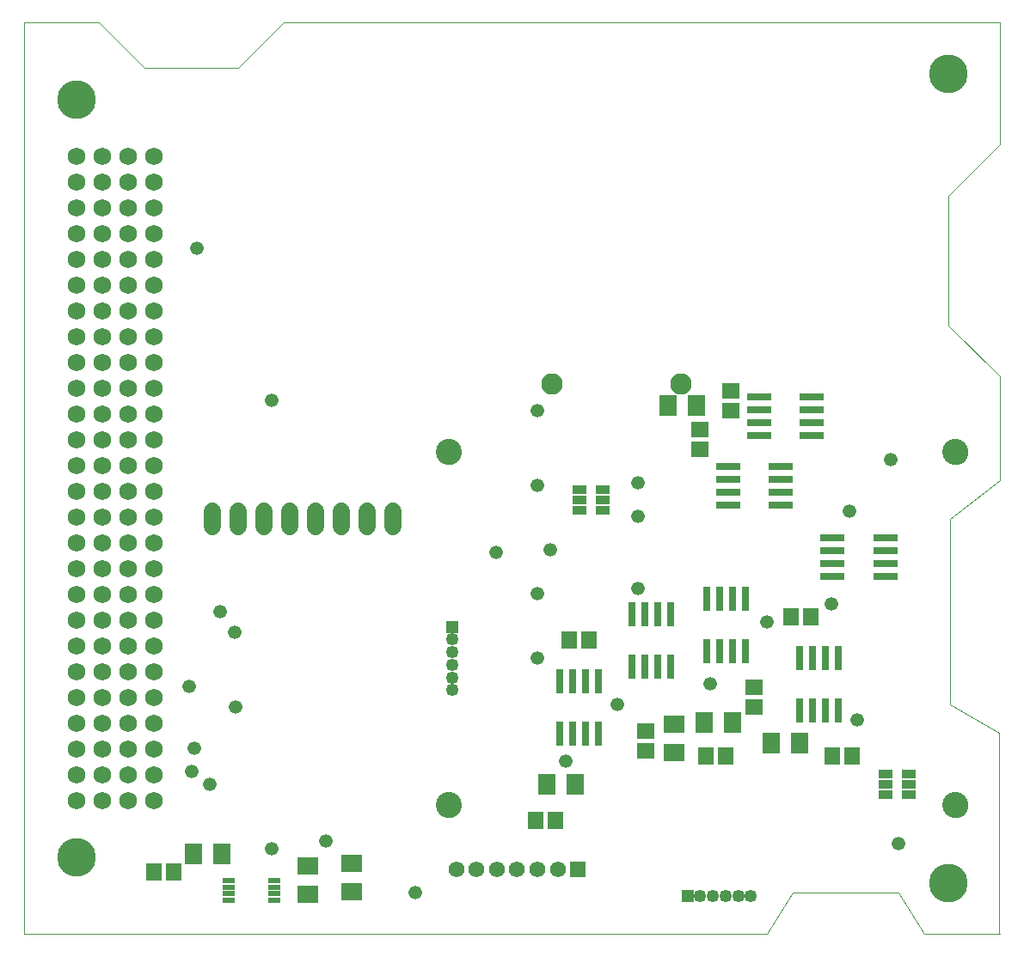
<source format=gbs>
G75*
%MOIN*%
%OFA0B0*%
%FSLAX24Y24*%
%IPPOS*%
%LPD*%
%AMOC8*
5,1,8,0,0,1.08239X$1,22.5*
%
%ADD10C,0.0000*%
%ADD11C,0.1010*%
%ADD12R,0.0620X0.0620*%
%ADD13C,0.0620*%
%ADD14C,0.0680*%
%ADD15R,0.0316X0.0946*%
%ADD16R,0.0592X0.0671*%
%ADD17R,0.0671X0.0592*%
%ADD18R,0.0710X0.0789*%
%ADD19R,0.0789X0.0710*%
%ADD20C,0.0680*%
%ADD21C,0.1497*%
%ADD22R,0.0946X0.0316*%
%ADD23R,0.0580X0.0330*%
%ADD24R,0.0790X0.0710*%
%ADD25R,0.0513X0.0237*%
%ADD26C,0.0828*%
%ADD27R,0.0493X0.0493*%
%ADD28C,0.0493*%
%ADD29C,0.0525*%
D10*
X000115Y000135D02*
X028915Y000135D01*
X029918Y001748D01*
X034009Y001748D01*
X035015Y000135D01*
X037915Y000135D01*
X037915Y007935D01*
X036015Y009035D01*
X036015Y016235D01*
X037925Y017755D01*
X037925Y021775D01*
X035935Y023765D01*
X035935Y028785D01*
X037925Y030775D01*
X037925Y035521D01*
X037926Y035521D02*
X010158Y035521D01*
X008391Y033757D01*
X004761Y033757D01*
X002997Y035521D01*
X000115Y035521D01*
X000115Y035521D01*
X000115Y000135D01*
X001416Y003125D02*
X001418Y003178D01*
X001424Y003231D01*
X001434Y003283D01*
X001447Y003334D01*
X001465Y003384D01*
X001486Y003433D01*
X001511Y003480D01*
X001539Y003524D01*
X001571Y003567D01*
X001605Y003607D01*
X001643Y003645D01*
X001683Y003679D01*
X001726Y003711D01*
X001771Y003739D01*
X001817Y003764D01*
X001866Y003785D01*
X001916Y003803D01*
X001967Y003816D01*
X002019Y003826D01*
X002072Y003832D01*
X002125Y003834D01*
X002178Y003832D01*
X002231Y003826D01*
X002283Y003816D01*
X002334Y003803D01*
X002384Y003785D01*
X002433Y003764D01*
X002480Y003739D01*
X002524Y003711D01*
X002567Y003679D01*
X002607Y003645D01*
X002645Y003607D01*
X002679Y003567D01*
X002711Y003524D01*
X002739Y003479D01*
X002764Y003433D01*
X002785Y003384D01*
X002803Y003334D01*
X002816Y003283D01*
X002826Y003231D01*
X002832Y003178D01*
X002834Y003125D01*
X002832Y003072D01*
X002826Y003019D01*
X002816Y002967D01*
X002803Y002916D01*
X002785Y002866D01*
X002764Y002817D01*
X002739Y002770D01*
X002711Y002726D01*
X002679Y002683D01*
X002645Y002643D01*
X002607Y002605D01*
X002567Y002571D01*
X002524Y002539D01*
X002479Y002511D01*
X002433Y002486D01*
X002384Y002465D01*
X002334Y002447D01*
X002283Y002434D01*
X002231Y002424D01*
X002178Y002418D01*
X002125Y002416D01*
X002072Y002418D01*
X002019Y002424D01*
X001967Y002434D01*
X001916Y002447D01*
X001866Y002465D01*
X001817Y002486D01*
X001770Y002511D01*
X001726Y002539D01*
X001683Y002571D01*
X001643Y002605D01*
X001605Y002643D01*
X001571Y002683D01*
X001539Y002726D01*
X001511Y002771D01*
X001486Y002817D01*
X001465Y002866D01*
X001447Y002916D01*
X001434Y002967D01*
X001424Y003019D01*
X001418Y003072D01*
X001416Y003125D01*
X016100Y005135D02*
X016102Y005178D01*
X016108Y005220D01*
X016118Y005262D01*
X016131Y005303D01*
X016149Y005342D01*
X016170Y005380D01*
X016194Y005415D01*
X016221Y005448D01*
X016252Y005479D01*
X016285Y005506D01*
X016320Y005530D01*
X016358Y005551D01*
X016397Y005569D01*
X016438Y005582D01*
X016480Y005592D01*
X016522Y005598D01*
X016565Y005600D01*
X016608Y005598D01*
X016650Y005592D01*
X016692Y005582D01*
X016733Y005569D01*
X016772Y005551D01*
X016810Y005530D01*
X016845Y005506D01*
X016878Y005479D01*
X016909Y005448D01*
X016936Y005415D01*
X016960Y005380D01*
X016981Y005342D01*
X016999Y005303D01*
X017012Y005262D01*
X017022Y005220D01*
X017028Y005178D01*
X017030Y005135D01*
X017028Y005092D01*
X017022Y005050D01*
X017012Y005008D01*
X016999Y004967D01*
X016981Y004928D01*
X016960Y004890D01*
X016936Y004855D01*
X016909Y004822D01*
X016878Y004791D01*
X016845Y004764D01*
X016810Y004740D01*
X016772Y004719D01*
X016733Y004701D01*
X016692Y004688D01*
X016650Y004678D01*
X016608Y004672D01*
X016565Y004670D01*
X016522Y004672D01*
X016480Y004678D01*
X016438Y004688D01*
X016397Y004701D01*
X016358Y004719D01*
X016320Y004740D01*
X016285Y004764D01*
X016252Y004791D01*
X016221Y004822D01*
X016194Y004855D01*
X016170Y004890D01*
X016149Y004928D01*
X016131Y004967D01*
X016118Y005008D01*
X016108Y005050D01*
X016102Y005092D01*
X016100Y005135D01*
X016100Y018835D02*
X016102Y018878D01*
X016108Y018920D01*
X016118Y018962D01*
X016131Y019003D01*
X016149Y019042D01*
X016170Y019080D01*
X016194Y019115D01*
X016221Y019148D01*
X016252Y019179D01*
X016285Y019206D01*
X016320Y019230D01*
X016358Y019251D01*
X016397Y019269D01*
X016438Y019282D01*
X016480Y019292D01*
X016522Y019298D01*
X016565Y019300D01*
X016608Y019298D01*
X016650Y019292D01*
X016692Y019282D01*
X016733Y019269D01*
X016772Y019251D01*
X016810Y019230D01*
X016845Y019206D01*
X016878Y019179D01*
X016909Y019148D01*
X016936Y019115D01*
X016960Y019080D01*
X016981Y019042D01*
X016999Y019003D01*
X017012Y018962D01*
X017022Y018920D01*
X017028Y018878D01*
X017030Y018835D01*
X017028Y018792D01*
X017022Y018750D01*
X017012Y018708D01*
X016999Y018667D01*
X016981Y018628D01*
X016960Y018590D01*
X016936Y018555D01*
X016909Y018522D01*
X016878Y018491D01*
X016845Y018464D01*
X016810Y018440D01*
X016772Y018419D01*
X016733Y018401D01*
X016692Y018388D01*
X016650Y018378D01*
X016608Y018372D01*
X016565Y018370D01*
X016522Y018372D01*
X016480Y018378D01*
X016438Y018388D01*
X016397Y018401D01*
X016358Y018419D01*
X016320Y018440D01*
X016285Y018464D01*
X016252Y018491D01*
X016221Y018522D01*
X016194Y018555D01*
X016170Y018590D01*
X016149Y018628D01*
X016131Y018667D01*
X016118Y018708D01*
X016108Y018750D01*
X016102Y018792D01*
X016100Y018835D01*
X001416Y032525D02*
X001418Y032578D01*
X001424Y032631D01*
X001434Y032683D01*
X001447Y032734D01*
X001465Y032784D01*
X001486Y032833D01*
X001511Y032880D01*
X001539Y032924D01*
X001571Y032967D01*
X001605Y033007D01*
X001643Y033045D01*
X001683Y033079D01*
X001726Y033111D01*
X001771Y033139D01*
X001817Y033164D01*
X001866Y033185D01*
X001916Y033203D01*
X001967Y033216D01*
X002019Y033226D01*
X002072Y033232D01*
X002125Y033234D01*
X002178Y033232D01*
X002231Y033226D01*
X002283Y033216D01*
X002334Y033203D01*
X002384Y033185D01*
X002433Y033164D01*
X002480Y033139D01*
X002524Y033111D01*
X002567Y033079D01*
X002607Y033045D01*
X002645Y033007D01*
X002679Y032967D01*
X002711Y032924D01*
X002739Y032879D01*
X002764Y032833D01*
X002785Y032784D01*
X002803Y032734D01*
X002816Y032683D01*
X002826Y032631D01*
X002832Y032578D01*
X002834Y032525D01*
X002832Y032472D01*
X002826Y032419D01*
X002816Y032367D01*
X002803Y032316D01*
X002785Y032266D01*
X002764Y032217D01*
X002739Y032170D01*
X002711Y032126D01*
X002679Y032083D01*
X002645Y032043D01*
X002607Y032005D01*
X002567Y031971D01*
X002524Y031939D01*
X002479Y031911D01*
X002433Y031886D01*
X002384Y031865D01*
X002334Y031847D01*
X002283Y031834D01*
X002231Y031824D01*
X002178Y031818D01*
X002125Y031816D01*
X002072Y031818D01*
X002019Y031824D01*
X001967Y031834D01*
X001916Y031847D01*
X001866Y031865D01*
X001817Y031886D01*
X001770Y031911D01*
X001726Y031939D01*
X001683Y031971D01*
X001643Y032005D01*
X001605Y032043D01*
X001571Y032083D01*
X001539Y032126D01*
X001511Y032171D01*
X001486Y032217D01*
X001465Y032266D01*
X001447Y032316D01*
X001434Y032367D01*
X001424Y032419D01*
X001418Y032472D01*
X001416Y032525D01*
X035216Y033525D02*
X035218Y033578D01*
X035224Y033631D01*
X035234Y033683D01*
X035247Y033734D01*
X035265Y033784D01*
X035286Y033833D01*
X035311Y033880D01*
X035339Y033924D01*
X035371Y033967D01*
X035405Y034007D01*
X035443Y034045D01*
X035483Y034079D01*
X035526Y034111D01*
X035571Y034139D01*
X035617Y034164D01*
X035666Y034185D01*
X035716Y034203D01*
X035767Y034216D01*
X035819Y034226D01*
X035872Y034232D01*
X035925Y034234D01*
X035978Y034232D01*
X036031Y034226D01*
X036083Y034216D01*
X036134Y034203D01*
X036184Y034185D01*
X036233Y034164D01*
X036280Y034139D01*
X036324Y034111D01*
X036367Y034079D01*
X036407Y034045D01*
X036445Y034007D01*
X036479Y033967D01*
X036511Y033924D01*
X036539Y033879D01*
X036564Y033833D01*
X036585Y033784D01*
X036603Y033734D01*
X036616Y033683D01*
X036626Y033631D01*
X036632Y033578D01*
X036634Y033525D01*
X036632Y033472D01*
X036626Y033419D01*
X036616Y033367D01*
X036603Y033316D01*
X036585Y033266D01*
X036564Y033217D01*
X036539Y033170D01*
X036511Y033126D01*
X036479Y033083D01*
X036445Y033043D01*
X036407Y033005D01*
X036367Y032971D01*
X036324Y032939D01*
X036279Y032911D01*
X036233Y032886D01*
X036184Y032865D01*
X036134Y032847D01*
X036083Y032834D01*
X036031Y032824D01*
X035978Y032818D01*
X035925Y032816D01*
X035872Y032818D01*
X035819Y032824D01*
X035767Y032834D01*
X035716Y032847D01*
X035666Y032865D01*
X035617Y032886D01*
X035570Y032911D01*
X035526Y032939D01*
X035483Y032971D01*
X035443Y033005D01*
X035405Y033043D01*
X035371Y033083D01*
X035339Y033126D01*
X035311Y033171D01*
X035286Y033217D01*
X035265Y033266D01*
X035247Y033316D01*
X035234Y033367D01*
X035224Y033419D01*
X035218Y033472D01*
X035216Y033525D01*
X035750Y018835D02*
X035752Y018878D01*
X035758Y018920D01*
X035768Y018962D01*
X035781Y019003D01*
X035799Y019042D01*
X035820Y019080D01*
X035844Y019115D01*
X035871Y019148D01*
X035902Y019179D01*
X035935Y019206D01*
X035970Y019230D01*
X036008Y019251D01*
X036047Y019269D01*
X036088Y019282D01*
X036130Y019292D01*
X036172Y019298D01*
X036215Y019300D01*
X036258Y019298D01*
X036300Y019292D01*
X036342Y019282D01*
X036383Y019269D01*
X036422Y019251D01*
X036460Y019230D01*
X036495Y019206D01*
X036528Y019179D01*
X036559Y019148D01*
X036586Y019115D01*
X036610Y019080D01*
X036631Y019042D01*
X036649Y019003D01*
X036662Y018962D01*
X036672Y018920D01*
X036678Y018878D01*
X036680Y018835D01*
X036678Y018792D01*
X036672Y018750D01*
X036662Y018708D01*
X036649Y018667D01*
X036631Y018628D01*
X036610Y018590D01*
X036586Y018555D01*
X036559Y018522D01*
X036528Y018491D01*
X036495Y018464D01*
X036460Y018440D01*
X036422Y018419D01*
X036383Y018401D01*
X036342Y018388D01*
X036300Y018378D01*
X036258Y018372D01*
X036215Y018370D01*
X036172Y018372D01*
X036130Y018378D01*
X036088Y018388D01*
X036047Y018401D01*
X036008Y018419D01*
X035970Y018440D01*
X035935Y018464D01*
X035902Y018491D01*
X035871Y018522D01*
X035844Y018555D01*
X035820Y018590D01*
X035799Y018628D01*
X035781Y018667D01*
X035768Y018708D01*
X035758Y018750D01*
X035752Y018792D01*
X035750Y018835D01*
X035750Y005135D02*
X035752Y005178D01*
X035758Y005220D01*
X035768Y005262D01*
X035781Y005303D01*
X035799Y005342D01*
X035820Y005380D01*
X035844Y005415D01*
X035871Y005448D01*
X035902Y005479D01*
X035935Y005506D01*
X035970Y005530D01*
X036008Y005551D01*
X036047Y005569D01*
X036088Y005582D01*
X036130Y005592D01*
X036172Y005598D01*
X036215Y005600D01*
X036258Y005598D01*
X036300Y005592D01*
X036342Y005582D01*
X036383Y005569D01*
X036422Y005551D01*
X036460Y005530D01*
X036495Y005506D01*
X036528Y005479D01*
X036559Y005448D01*
X036586Y005415D01*
X036610Y005380D01*
X036631Y005342D01*
X036649Y005303D01*
X036662Y005262D01*
X036672Y005220D01*
X036678Y005178D01*
X036680Y005135D01*
X036678Y005092D01*
X036672Y005050D01*
X036662Y005008D01*
X036649Y004967D01*
X036631Y004928D01*
X036610Y004890D01*
X036586Y004855D01*
X036559Y004822D01*
X036528Y004791D01*
X036495Y004764D01*
X036460Y004740D01*
X036422Y004719D01*
X036383Y004701D01*
X036342Y004688D01*
X036300Y004678D01*
X036258Y004672D01*
X036215Y004670D01*
X036172Y004672D01*
X036130Y004678D01*
X036088Y004688D01*
X036047Y004701D01*
X036008Y004719D01*
X035970Y004740D01*
X035935Y004764D01*
X035902Y004791D01*
X035871Y004822D01*
X035844Y004855D01*
X035820Y004890D01*
X035799Y004928D01*
X035781Y004967D01*
X035768Y005008D01*
X035758Y005050D01*
X035752Y005092D01*
X035750Y005135D01*
X035216Y002125D02*
X035218Y002178D01*
X035224Y002231D01*
X035234Y002283D01*
X035247Y002334D01*
X035265Y002384D01*
X035286Y002433D01*
X035311Y002480D01*
X035339Y002524D01*
X035371Y002567D01*
X035405Y002607D01*
X035443Y002645D01*
X035483Y002679D01*
X035526Y002711D01*
X035571Y002739D01*
X035617Y002764D01*
X035666Y002785D01*
X035716Y002803D01*
X035767Y002816D01*
X035819Y002826D01*
X035872Y002832D01*
X035925Y002834D01*
X035978Y002832D01*
X036031Y002826D01*
X036083Y002816D01*
X036134Y002803D01*
X036184Y002785D01*
X036233Y002764D01*
X036280Y002739D01*
X036324Y002711D01*
X036367Y002679D01*
X036407Y002645D01*
X036445Y002607D01*
X036479Y002567D01*
X036511Y002524D01*
X036539Y002479D01*
X036564Y002433D01*
X036585Y002384D01*
X036603Y002334D01*
X036616Y002283D01*
X036626Y002231D01*
X036632Y002178D01*
X036634Y002125D01*
X036632Y002072D01*
X036626Y002019D01*
X036616Y001967D01*
X036603Y001916D01*
X036585Y001866D01*
X036564Y001817D01*
X036539Y001770D01*
X036511Y001726D01*
X036479Y001683D01*
X036445Y001643D01*
X036407Y001605D01*
X036367Y001571D01*
X036324Y001539D01*
X036279Y001511D01*
X036233Y001486D01*
X036184Y001465D01*
X036134Y001447D01*
X036083Y001434D01*
X036031Y001424D01*
X035978Y001418D01*
X035925Y001416D01*
X035872Y001418D01*
X035819Y001424D01*
X035767Y001434D01*
X035716Y001447D01*
X035666Y001465D01*
X035617Y001486D01*
X035570Y001511D01*
X035526Y001539D01*
X035483Y001571D01*
X035443Y001605D01*
X035405Y001643D01*
X035371Y001683D01*
X035339Y001726D01*
X035311Y001771D01*
X035286Y001817D01*
X035265Y001866D01*
X035247Y001916D01*
X035234Y001967D01*
X035224Y002019D01*
X035218Y002072D01*
X035216Y002125D01*
X037915Y000135D02*
X037925Y000135D01*
D11*
X036215Y005135D03*
X036215Y018835D03*
X016565Y018835D03*
X016565Y005135D03*
D12*
X021577Y002635D03*
D13*
X020790Y002635D03*
X020002Y002635D03*
X019215Y002635D03*
X018428Y002635D03*
X017640Y002635D03*
X016853Y002635D03*
D14*
X014415Y015935D02*
X014415Y016535D01*
X013415Y016535D02*
X013415Y015935D01*
X012415Y015935D02*
X012415Y016535D01*
X011415Y016535D02*
X011415Y015935D01*
X010415Y015935D02*
X010415Y016535D01*
X009415Y016535D02*
X009415Y015935D01*
X008415Y015935D02*
X008415Y016535D01*
X007415Y016535D02*
X007415Y015935D01*
D15*
X020865Y009959D03*
X021365Y009959D03*
X021865Y009959D03*
X022365Y009959D03*
X023665Y010511D03*
X024165Y010511D03*
X024665Y010511D03*
X025165Y010511D03*
X026565Y011111D03*
X027065Y011111D03*
X027565Y011111D03*
X028065Y011111D03*
X030165Y010859D03*
X030665Y010859D03*
X031165Y010859D03*
X031665Y010859D03*
X031665Y008811D03*
X031165Y008811D03*
X030665Y008811D03*
X030165Y008811D03*
X028065Y013159D03*
X027565Y013159D03*
X027065Y013159D03*
X026565Y013159D03*
X025165Y012559D03*
X024665Y012559D03*
X024165Y012559D03*
X023665Y012559D03*
X022365Y007911D03*
X021865Y007911D03*
X021365Y007911D03*
X020865Y007911D03*
D16*
X020689Y004535D03*
X019941Y004535D03*
X026541Y007035D03*
X027289Y007035D03*
X031441Y007035D03*
X032189Y007035D03*
X030589Y012435D03*
X029841Y012435D03*
X021989Y011535D03*
X021241Y011535D03*
X005889Y002535D03*
X005141Y002535D03*
D17*
X024215Y007261D03*
X024215Y008009D03*
X028415Y008961D03*
X028415Y009709D03*
X026315Y018961D03*
X026315Y019709D03*
X027515Y020461D03*
X027515Y021209D03*
D18*
X026166Y020635D03*
X025064Y020635D03*
X026464Y008335D03*
X027566Y008335D03*
X029064Y007535D03*
X030166Y007535D03*
X021466Y005935D03*
X020364Y005935D03*
X007766Y003235D03*
X006664Y003235D03*
D19*
X011115Y002786D03*
X011115Y001684D03*
X025315Y007184D03*
X025315Y008286D03*
D20*
X005125Y008325D03*
X005125Y009325D03*
X005125Y010325D03*
X005125Y011325D03*
X005125Y012325D03*
X005125Y013325D03*
X005125Y014325D03*
X005125Y015325D03*
X005125Y016325D03*
X005125Y017325D03*
X005125Y018325D03*
X005125Y019325D03*
X005125Y020325D03*
X005125Y021325D03*
X005125Y022325D03*
X005125Y023325D03*
X005125Y024325D03*
X005125Y025325D03*
X005125Y026325D03*
X005125Y027325D03*
X005125Y028325D03*
X005125Y029325D03*
X005125Y030325D03*
X004125Y030325D03*
X003125Y030325D03*
X003125Y029325D03*
X004125Y029325D03*
X004125Y028325D03*
X003125Y028325D03*
X003125Y027325D03*
X003125Y026325D03*
X004125Y026325D03*
X004125Y027325D03*
X004125Y025325D03*
X003125Y025325D03*
X003125Y024325D03*
X004125Y024325D03*
X004125Y023325D03*
X003125Y023325D03*
X003125Y022325D03*
X003125Y021325D03*
X004125Y021325D03*
X004125Y022325D03*
X004125Y020325D03*
X003125Y020325D03*
X003125Y019325D03*
X004125Y019325D03*
X004125Y018325D03*
X004125Y017325D03*
X003125Y017325D03*
X003125Y018325D03*
X002125Y018325D03*
X002125Y017325D03*
X002125Y016325D03*
X002125Y015325D03*
X002125Y014325D03*
X002125Y013325D03*
X002125Y012325D03*
X002125Y011325D03*
X002125Y010325D03*
X002125Y009325D03*
X002125Y008325D03*
X002125Y007325D03*
X002125Y006325D03*
X002125Y005325D03*
X003125Y005325D03*
X004125Y005325D03*
X004125Y006325D03*
X003125Y006325D03*
X003125Y007325D03*
X004125Y007325D03*
X004125Y008325D03*
X004125Y009325D03*
X003125Y009325D03*
X003125Y008325D03*
X003125Y010325D03*
X004125Y010325D03*
X004125Y011325D03*
X003125Y011325D03*
X003125Y012325D03*
X003125Y013325D03*
X004125Y013325D03*
X004125Y012325D03*
X004125Y014325D03*
X003125Y014325D03*
X003125Y015325D03*
X004125Y015325D03*
X004125Y016325D03*
X003125Y016325D03*
X002125Y019325D03*
X002125Y020325D03*
X002125Y021325D03*
X002125Y022325D03*
X002125Y023325D03*
X002125Y024325D03*
X002125Y025325D03*
X002125Y026325D03*
X002125Y027325D03*
X002125Y028325D03*
X002125Y029325D03*
X002125Y030325D03*
X005125Y007325D03*
X005125Y006325D03*
X005125Y005325D03*
D21*
X002125Y003125D03*
X002125Y032525D03*
X035925Y033525D03*
X035925Y002125D03*
D22*
X033493Y014010D03*
X033493Y014510D03*
X033493Y015010D03*
X033493Y015510D03*
X031446Y015510D03*
X031446Y015010D03*
X031446Y014510D03*
X031446Y014010D03*
X029439Y016785D03*
X029439Y017285D03*
X029439Y017785D03*
X029439Y018285D03*
X028591Y019485D03*
X028591Y019985D03*
X028591Y020485D03*
X028591Y020985D03*
X030639Y020985D03*
X030639Y020485D03*
X030639Y019985D03*
X030639Y019485D03*
X027391Y018285D03*
X027391Y017785D03*
X027391Y017285D03*
X027391Y016785D03*
D23*
X022547Y016594D03*
X022547Y016994D03*
X022547Y017394D03*
X021647Y017394D03*
X021647Y016994D03*
X021647Y016594D03*
X033494Y006364D03*
X033494Y005964D03*
X033494Y005564D03*
X034394Y005564D03*
X034394Y005964D03*
X034394Y006364D03*
D24*
X012815Y002895D03*
X012815Y001775D03*
D25*
X009801Y001707D03*
X009801Y001451D03*
X009801Y001963D03*
X009801Y002219D03*
X008029Y002219D03*
X008029Y001963D03*
X008029Y001707D03*
X008029Y001451D03*
D26*
X020565Y021485D03*
X025565Y021485D03*
D27*
X016715Y012065D03*
X025825Y001604D03*
D28*
X026317Y001604D03*
X026809Y001604D03*
X027302Y001604D03*
X027794Y001604D03*
X028286Y001604D03*
X016715Y009605D03*
X016715Y010097D03*
X016715Y010589D03*
X016715Y011081D03*
X016715Y011573D03*
D29*
X020015Y010835D03*
X020015Y013335D03*
X020515Y015035D03*
X018415Y014935D03*
X020015Y017535D03*
X020015Y020435D03*
X023915Y017635D03*
X023915Y016335D03*
X023915Y013535D03*
X026715Y009835D03*
X028915Y012235D03*
X031415Y012935D03*
X032115Y016535D03*
X033715Y018535D03*
X023115Y009035D03*
X021115Y006835D03*
X015280Y001750D03*
X011815Y003735D03*
X009715Y003435D03*
X007315Y005935D03*
X006615Y006435D03*
X006715Y007335D03*
X008315Y008935D03*
X006515Y009735D03*
X008265Y011835D03*
X007715Y012635D03*
X009715Y020835D03*
X006815Y026735D03*
X032415Y008435D03*
X034015Y003635D03*
M02*

</source>
